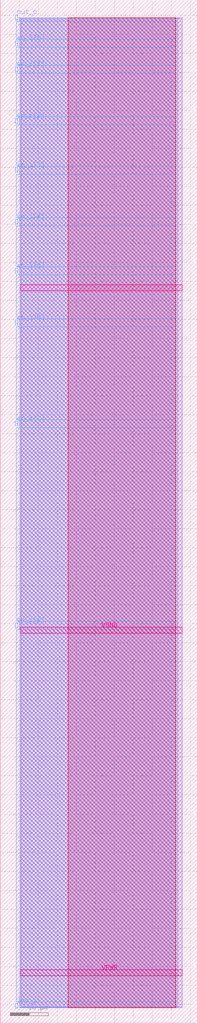
<source format=lef>
VERSION 5.7 ;
  NOWIREEXTENSIONATPIN ON ;
  DIVIDERCHAR "/" ;
  BUSBITCHARS "[]" ;
MACRO delayline_9_osu_18hs
  CLASS BLOCK ;
  FOREIGN delayline_9_osu_18hs ;
  ORIGIN 0.000 0.000 ;
  SIZE 51.785 BY 269.040 ;
  PIN inp_i
    DIRECTION INPUT ;
    PORT
      LAYER met3 ;
        RECT 4.000 4.000 4.600 5.280 ;
    END
  END inp_i
  PIN out_o
    DIRECTION OUTPUT TRISTATE ;
    PORT
      LAYER met3 ;
        RECT 4.000 263.760 4.600 265.040 ;
    END
  END out_o
  PIN en_i[8]
    DIRECTION INPUT ;
    PORT
      LAYER met3 ;
        RECT 4.000 103.960 4.600 105.240 ;
    END
  END en_i[8]
  PIN en_i[7]
    DIRECTION INPUT ;
    PORT
      LAYER met3 ;
        RECT 4.000 157.000 4.600 158.280 ;
    END
  END en_i[7]
  PIN en_i[6]
    DIRECTION INPUT ;
    PORT
      LAYER met3 ;
        RECT 4.000 183.520 4.600 184.800 ;
    END
  END en_i[6]
  PIN en_i[5]
    DIRECTION INPUT ;
    PORT
      LAYER met3 ;
        RECT 4.000 197.120 4.600 198.400 ;
    END
  END en_i[5]
  PIN en_i[4]
    DIRECTION INPUT ;
    PORT
      LAYER met3 ;
        RECT 4.000 210.040 4.600 211.320 ;
    END
  END en_i[4]
  PIN en_i[3]
    DIRECTION INPUT ;
    PORT
      LAYER met3 ;
        RECT 4.000 223.640 4.600 224.920 ;
    END
  END en_i[3]
  PIN en_i[2]
    DIRECTION INPUT ;
    PORT
      LAYER met3 ;
        RECT 4.000 236.560 4.600 237.840 ;
    END
  END en_i[2]
  PIN en_i[1]
    DIRECTION INPUT ;
    PORT
      LAYER met3 ;
        RECT 4.000 250.160 4.600 251.440 ;
    END
  END en_i[1]
  PIN en_i[0]
    DIRECTION INPUT ;
    PORT
      LAYER met3 ;
        RECT 4.000 256.960 4.600 258.240 ;
    END
  END en_i[0]
  PIN VPWR
    DIRECTION INPUT ;
    USE POWER ;
    PORT
      LAYER met5 ;
        RECT 5.320 12.520 47.780 14.120 ;
    END
  END VPWR
  PIN VGND
    DIRECTION INPUT ;
    USE GROUND ;
    PORT
      LAYER met5 ;
        RECT 5.320 102.520 47.780 104.120 ;
    END
  END VGND
  OBS
      LAYER li1 ;
        RECT 5.320 4.360 47.780 264.100 ;
      LAYER met1 ;
        RECT 5.320 4.120 47.780 264.340 ;
      LAYER met2 ;
        RECT 5.540 4.120 46.610 264.340 ;
      LAYER met3 ;
        RECT 5.000 263.360 46.080 264.265 ;
        RECT 4.150 258.640 46.080 263.360 ;
        RECT 5.000 256.560 46.080 258.640 ;
        RECT 4.150 251.840 46.080 256.560 ;
        RECT 5.000 249.760 46.080 251.840 ;
        RECT 4.150 238.240 46.080 249.760 ;
        RECT 5.000 236.160 46.080 238.240 ;
        RECT 4.150 225.320 46.080 236.160 ;
        RECT 5.000 223.240 46.080 225.320 ;
        RECT 4.150 211.720 46.080 223.240 ;
        RECT 5.000 209.640 46.080 211.720 ;
        RECT 4.150 198.800 46.080 209.640 ;
        RECT 5.000 196.720 46.080 198.800 ;
        RECT 4.150 185.200 46.080 196.720 ;
        RECT 5.000 183.120 46.080 185.200 ;
        RECT 4.150 158.680 46.080 183.120 ;
        RECT 5.000 156.600 46.080 158.680 ;
        RECT 4.150 105.640 46.080 156.600 ;
        RECT 5.000 103.560 46.080 105.640 ;
        RECT 4.150 5.680 46.080 103.560 ;
        RECT 5.000 4.195 46.080 5.680 ;
      LAYER met4 ;
        RECT 17.840 4.120 46.080 264.340 ;
      LAYER met5 ;
        RECT 5.320 192.520 47.780 194.120 ;
  END
END delayline_9_osu_18hs
END LIBRARY


</source>
